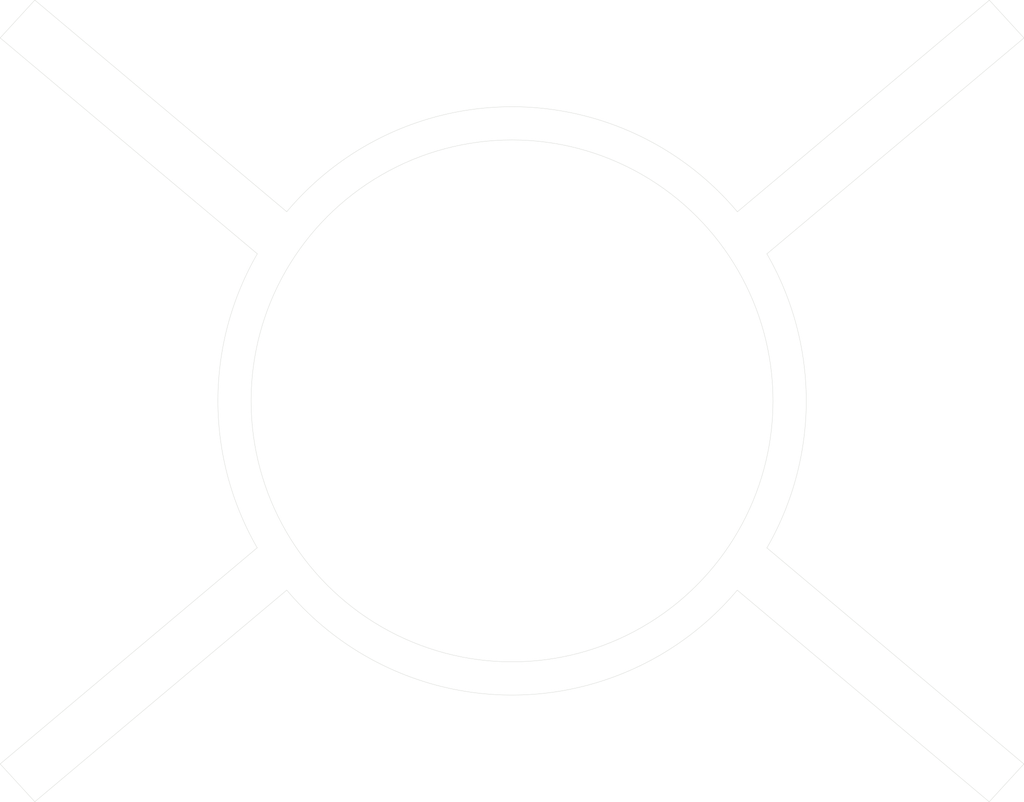
<source format=kicad_pcb>
(kicad_pcb (version 20171130) (host pcbnew 5.1.4-1.fc30)

  (general
    (thickness 1.6)
    (drawings 22)
    (tracks 0)
    (zones 0)
    (modules 0)
    (nets 1)
  )

  (page A4)
  (layers
    (0 F.Cu signal)
    (31 B.Cu signal)
    (32 B.Adhes user)
    (33 F.Adhes user)
    (34 B.Paste user)
    (35 F.Paste user)
    (36 B.SilkS user)
    (37 F.SilkS user)
    (38 B.Mask user)
    (39 F.Mask user)
    (40 Dwgs.User user)
    (41 Cmts.User user)
    (42 Eco1.User user)
    (43 Eco2.User user)
    (44 Edge.Cuts user)
    (45 Margin user)
    (46 B.CrtYd user)
    (47 F.CrtYd user)
    (48 B.Fab user)
    (49 F.Fab user)
  )

  (setup
    (last_trace_width 0.25)
    (trace_clearance 0.2)
    (zone_clearance 0.508)
    (zone_45_only no)
    (trace_min 0.2)
    (via_size 0.8)
    (via_drill 0.4)
    (via_min_size 0.4)
    (via_min_drill 0.3)
    (uvia_size 0.3)
    (uvia_drill 0.1)
    (uvias_allowed no)
    (uvia_min_size 0.2)
    (uvia_min_drill 0.1)
    (edge_width 0.05)
    (segment_width 0.2)
    (pcb_text_width 0.3)
    (pcb_text_size 1.5 1.5)
    (mod_edge_width 0.12)
    (mod_text_size 1 1)
    (mod_text_width 0.15)
    (pad_size 1.524 1.524)
    (pad_drill 0.762)
    (pad_to_mask_clearance 0.051)
    (solder_mask_min_width 0.25)
    (aux_axis_origin 0 0)
    (visible_elements FFFFFF7F)
    (pcbplotparams
      (layerselection 0x010fc_ffffffff)
      (usegerberextensions false)
      (usegerberattributes false)
      (usegerberadvancedattributes false)
      (creategerberjobfile false)
      (excludeedgelayer true)
      (linewidth 0.100000)
      (plotframeref false)
      (viasonmask false)
      (mode 1)
      (useauxorigin false)
      (hpglpennumber 1)
      (hpglpenspeed 20)
      (hpglpendiameter 15.000000)
      (psnegative false)
      (psa4output false)
      (plotreference true)
      (plotvalue true)
      (plotinvisibletext false)
      (padsonsilk false)
      (subtractmaskfromsilk false)
      (outputformat 1)
      (mirror false)
      (drillshape 1)
      (scaleselection 1)
      (outputdirectory ""))
  )

  (net 0 "")

  (net_class Default "To jest domyślna klasa połączeń."
    (clearance 0.2)
    (trace_width 0.25)
    (via_dia 0.8)
    (via_drill 0.4)
    (uvia_dia 0.3)
    (uvia_drill 0.1)
  )

  (gr_line (start 132.193345 101.791128) (end 94.060001 133.859999) (layer Edge.Cuts) (width 0.05) (tstamp 5D8D2418))
  (gr_line (start 136.578874 108.070569) (end 99.260001 139.419999) (layer Edge.Cuts) (width 0.05) (tstamp 5D8D2417))
  (gr_line (start 99.190001 139.459999) (end 99.260001 139.419999) (layer Edge.Cuts) (width 0.05) (tstamp 5D8D2416))
  (gr_line (start 94.060001 133.859999) (end 99.190001 139.459999) (layer Edge.Cuts) (width 0.05) (tstamp 5D8D2415))
  (gr_line (start 203.414215 108.078795) (end 240.733088 139.428225) (layer Edge.Cuts) (width 0.05) (tstamp 5D8D23B8))
  (gr_line (start 240.803088 139.468225) (end 240.733088 139.428225) (layer Edge.Cuts) (width 0.05) (tstamp 5D8D23B7))
  (gr_line (start 207.809999 101.809999) (end 245.933088 133.868225) (layer Edge.Cuts) (width 0.05) (tstamp 5D8D23B6))
  (gr_line (start 245.933088 133.868225) (end 240.803088 139.468225) (layer Edge.Cuts) (width 0.05) (tstamp 5D8D23B5))
  (gr_line (start 203.431126 51.949431) (end 240.749999 20.600001) (layer Edge.Cuts) (width 0.05) (tstamp 5D8D23B8))
  (gr_line (start 240.819999 20.560001) (end 240.749999 20.600001) (layer Edge.Cuts) (width 0.05) (tstamp 5D8D23B7))
  (gr_line (start 207.8085 58.187403) (end 245.949999 26.160001) (layer Edge.Cuts) (width 0.05) (tstamp 5D8D23B6))
  (gr_line (start 245.949999 26.160001) (end 240.819999 20.560001) (layer Edge.Cuts) (width 0.05) (tstamp 5D8D23B5))
  (gr_line (start 99.19 20.55) (end 99.26 20.59) (layer Edge.Cuts) (width 0.05) (tstamp 5D8D23A4))
  (gr_line (start 94.06 26.15) (end 99.19 20.55) (layer Edge.Cuts) (width 0.05))
  (gr_line (start 132.210001 58.180001) (end 94.06 26.15) (layer Edge.Cuts) (width 0.05))
  (gr_line (start 136.578873 51.93943) (end 99.26 20.59) (layer Edge.Cuts) (width 0.05))
  (gr_arc (start 170 80) (end 207.809999 101.809999) (angle -59.95934302) (layer Edge.Cuts) (width 0.05))
  (gr_arc (start 170 80) (end 136.580001 108.069999) (angle -99.93100624) (layer Edge.Cuts) (width 0.05))
  (gr_arc (start 170 80) (end 203.429999 51.950001) (angle -99.98409478) (layer Edge.Cuts) (width 0.05))
  (gr_arc (start 170 80) (end 132.210001 58.180001) (angle -59.96063168) (layer Edge.Cuts) (width 0.05))
  (gr_circle (center 170 80) (end 169.93 80.2) (layer Eco2.User) (width 0.15))
  (gr_circle (center 170 80) (end 203.22 99.88) (layer Edge.Cuts) (width 0.05))

)

</source>
